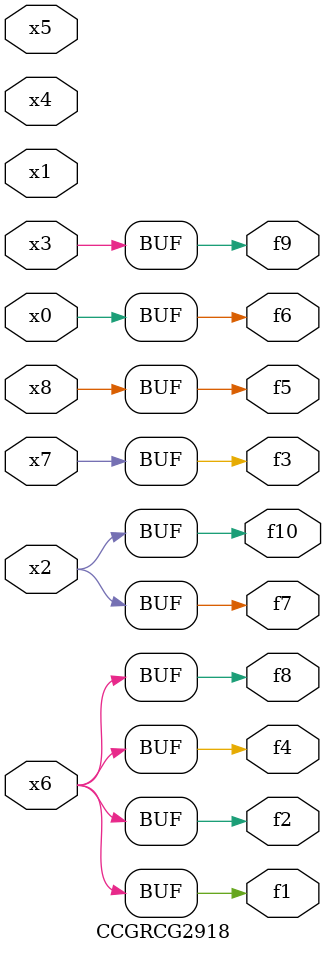
<source format=v>
module CCGRCG2918(
	input x0, x1, x2, x3, x4, x5, x6, x7, x8,
	output f1, f2, f3, f4, f5, f6, f7, f8, f9, f10
);
	assign f1 = x6;
	assign f2 = x6;
	assign f3 = x7;
	assign f4 = x6;
	assign f5 = x8;
	assign f6 = x0;
	assign f7 = x2;
	assign f8 = x6;
	assign f9 = x3;
	assign f10 = x2;
endmodule

</source>
